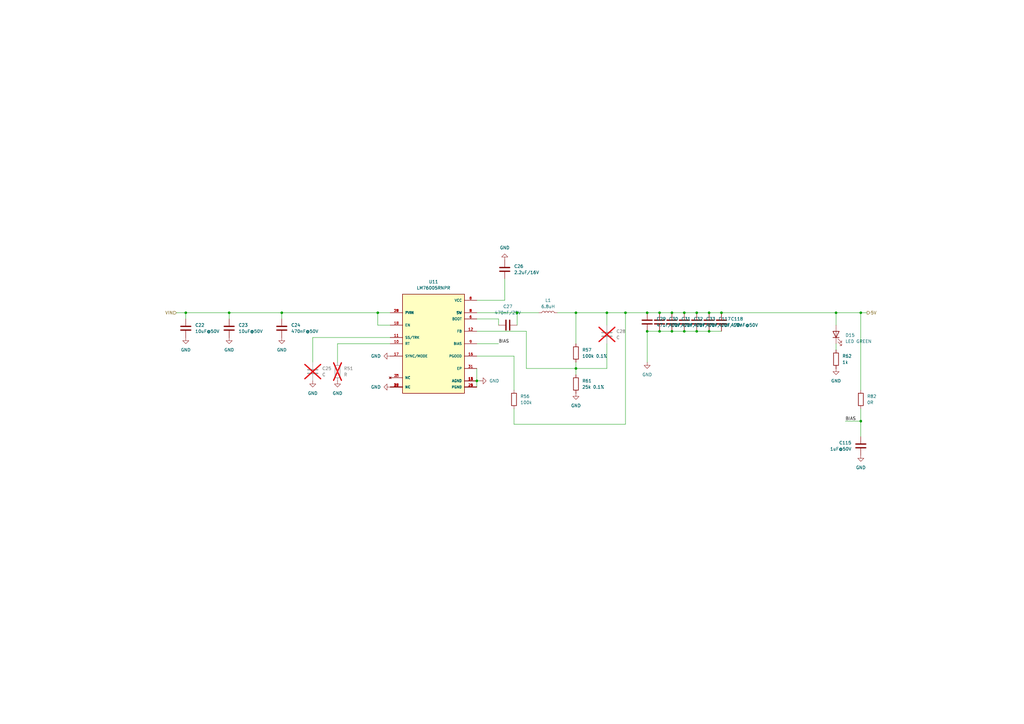
<source format=kicad_sch>
(kicad_sch (version 20231120) (generator "eeschema") (generator_version "8.0")
  (paper "A3")
  (lib_symbols
    (symbol "Device:C" (pin_numbers hide) (pin_names (offset 0.254))
      (property "Reference" "C" (at 0.635 2.54 0))
      (property "Value" "C" (at 0.635 -2.54 0))
      (symbol "C_0_1"
        (polyline (pts (xy -2.032 -0.762) (xy 2.032 -0.762)) (stroke (width 0.508)))
        (polyline (pts (xy -2.032 0.762) (xy 2.032 0.762)) (stroke (width 0.508)))
      )
      (symbol "C_1_1"
        (pin passive line (at 0 3.81 270) (length 2.794) (name "~") (number "1"))
        (pin passive line (at 0 -3.81 90) (length 2.794) (name "~") (number "2"))
      )
    )
    (symbol "Device:L" (pin_numbers hide) (pin_names (offset 1.016) hide)
      (property "Reference" "L" (at -1.27 0 90))
      (property "Value" "L" (at 1.905 0 90))
      (symbol "L_0_1"
        (arc (start 0 -2.54) (mid 0.6323 -1.905) (end 0 -1.27))
        (arc (start 0 -1.27) (mid 0.6323 -0.635) (end 0 0))
        (arc (start 0 0) (mid 0.6323 0.635) (end 0 1.27))
        (arc (start 0 1.27) (mid 0.6323 1.905) (end 0 2.54))
      )
      (symbol "L_1_1"
        (pin passive line (at 0 3.81 270) (length 1.27) (name "1") (number "1"))
        (pin passive line (at 0 -3.81 90) (length 1.27) (name "2") (number "2"))
      )
    )
    (symbol "Device:LED" (pin_numbers hide) (pin_names (offset 1.016) hide)
      (property "Reference" "D" (at 0 2.54 0))
      (property "Value" "LED" (at 0 -2.54 0))
      (symbol "LED_0_1"
        (polyline (pts (xy -1.27 -1.27) (xy -1.27 1.27)) (stroke (width 0.254)))
        (polyline (pts (xy -1.27 0) (xy 1.27 0)))
        (polyline (pts (xy 1.27 -1.27) (xy 1.27 1.27) (xy -1.27 0) (xy 1.27 -1.27)) (stroke (width 0.254)))
        (polyline (pts (xy -3.048 -0.762) (xy -4.572 -2.286) (xy -3.81 -2.286) (xy -4.572 -2.286) (xy -4.572 -1.524)))
        (polyline (pts (xy -1.778 -0.762) (xy -3.302 -2.286) (xy -2.54 -2.286) (xy -3.302 -2.286) (xy -3.302 -1.524)))
      )
      (symbol "LED_1_1"
        (pin passive line (at -3.81 0 0) (length 2.54) (name "K") (number "1"))
        (pin passive line (at 3.81 0 180) (length 2.54) (name "A") (number "2"))
      )
    )
    (symbol "Device:R" (pin_numbers hide) (pin_names (offset 0))
      (property "Reference" "R" (at 2.032 0 90))
      (property "Value" "R" (at 0 0 90))
      (symbol "R_0_1"
        (rectangle (start -1.016 -2.54) (end 1.016 2.54) (stroke (width 0.254)))
      )
      (symbol "R_1_1"
        (pin passive line (at 0 3.81 270) (length 1.27) (name "~") (number "1"))
        (pin passive line (at 0 -3.81 90) (length 1.27) (name "~") (number "2"))
      )
    )
    (symbol "local_DCDC:LM76005RNPR" (pin_names (offset 1.016))
      (property "Reference" "U" (at -12.7 22.86 0))
      (property "Value" "LM76005RNPR" (at -12.7 -22.86 0))
      (symbol "LM76005RNPR_0_0"
        (rectangle (start -12.7 20.32) (end 12.7 -20.32) (stroke (width 0.254)) (fill (type background)))
        (pin output line (at 17.78 12.7 180) (length 5.08) (name "SW") (number "1"))
        (pin input line (at -17.78 0 0) (length 5.08) (name "RT") (number "10"))
        (pin input line (at -17.78 2.54 0) (length 5.08) (name "SS/TRK") (number "11"))
        (pin input line (at 17.78 5.08 180) (length 5.08) (name "FB") (number "12"))
        (pin power_in line (at 17.78 -15.24 180) (length 5.08) (name "AGND") (number "13"))
        (pin power_in line (at 17.78 -15.24 180) (length 5.08) (name "AGND") (number "14"))
        (pin power_in line (at 17.78 -15.24 180) (length 5.08) (name "AGND") (number "15"))
        (pin output line (at 17.78 -5.08 180) (length 5.08) (name "PGOOD") (number "16"))
        (pin input line (at -17.78 -5.08 0) (length 5.08) (name "SYNC/MODE") (number "17"))
        (pin input line (at -17.78 7.62 0) (length 5.08) (name "EN") (number "18"))
        (pin output line (at 17.78 12.7 180) (length 5.08) (name "SW") (number "2"))
        (pin input line (at -17.78 12.7 0) (length 5.08) (name "PVIN") (number "20"))
        (pin input line (at -17.78 12.7 0) (length 5.08) (name "PVIN") (number "21"))
        (pin input line (at -17.78 12.7 0) (length 5.08) (name "PVIN") (number "22"))
        (pin no_connect line (at -17.78 -13.97 0) (length 5.08) (name "NC") (number "23"))
        (pin power_in line (at 17.78 -17.78 180) (length 5.08) (name "PGND") (number "24"))
        (pin power_in line (at 17.78 -17.78 180) (length 5.08) (name "PGND") (number "25"))
        (pin power_in line (at 17.78 -17.78 180) (length 5.08) (name "PGND") (number "26"))
        (pin output line (at 17.78 12.7 180) (length 5.08) (name "SW") (number "3"))
        (pin power_in line (at 17.78 -10.16 180) (length 5.08) (name "EP") (number "31"))
        (pin output line (at 17.78 12.7 180) (length 5.08) (name "SW") (number "4"))
        (pin output line (at 17.78 12.7 180) (length 5.08) (name "SW") (number "5"))
        (pin output line (at 17.78 10.16 180) (length 5.08) (name "BOOT") (number "6"))
        (pin no_connect line (at -17.78 -13.97 0) (length 5.08) (name "NC") (number "7"))
        (pin power_in line (at 17.78 17.78 180) (length 5.08) (name "VCC") (number "8"))
        (pin passive line (at 17.78 0 180) (length 5.08) (name "BIAS") (number "9"))
      )
      (symbol "LM76005RNPR_1_0"
        (pin input line (at -17.78 -17.78 0) (length 5.08) (name "NC") (number "19"))
        (pin input line (at -17.78 -17.78 0) (length 5.08) (name "NC") (number "27"))
        (pin input line (at -17.78 -17.78 0) (length 5.08) (name "NC") (number "28"))
        (pin input line (at -17.78 -17.78 0) (length 5.08) (name "NC") (number "29"))
        (pin input line (at -17.78 -17.78 0) (length 5.08) (name "NC") (number "30"))
      )
    )
    (symbol "power:GND" (power) (pin_numbers hide) (pin_names (offset 0) hide)
      (property "Value" "GND" (at 0 -3.81 0))
      (symbol "GND_0_1"
        (polyline (pts (xy 0 0) (xy 0 -1.27) (xy 1.27 -1.27) (xy 0 -2.54) (xy -1.27 -1.27) (xy 0 -1.27)))
      )
      (symbol "GND_1_1"
        (pin power_in line (at 0 0 270) (length 0) (name "~") (number "1"))
      )
    )
  )
  (junction (at 290.83 128.27))
  (junction (at 212.09 128.27))
  (junction (at 342.9 128.27))
  (junction (at 76.2 128.27))
  (junction (at 280.67 135.89))
  (junction (at 236.22 151.13))
  (junction (at 295.91 128.27))
  (junction (at 290.83 135.89))
  (junction (at 154.94 128.27))
  (junction (at 265.43 128.27))
  (junction (at 275.59 128.27))
  (junction (at 270.51 135.89))
  (junction (at 275.59 135.89))
  (junction (at 285.75 135.89))
  (junction (at 353.06 128.27))
  (junction (at 115.57 128.27))
  (junction (at 93.98 128.27))
  (junction (at 248.92 128.27))
  (junction (at 353.06 172.72))
  (junction (at 236.22 128.27))
  (junction (at 265.43 135.89))
  (junction (at 256.54 128.27))
  (junction (at 270.51 128.27))
  (junction (at 285.75 128.27))
  (junction (at 195.58 156.21))
  (junction (at 280.67 128.27))
  (wire (pts (xy 353.06 128.27) (xy 355.6 128.27)))
  (wire (pts (xy 248.92 128.27) (xy 236.22 128.27)))
  (wire (pts (xy 196.85 156.21) (xy 195.58 156.21)))
  (wire (pts (xy 154.94 128.27) (xy 160.02 128.27)))
  (wire (pts (xy 160.02 133.35) (xy 154.94 133.35)))
  (wire (pts (xy 215.9 135.89) (xy 195.58 135.89)))
  (wire (pts (xy 115.57 128.27) (xy 154.94 128.27)))
  (wire (pts (xy 195.58 140.97) (xy 204.47 140.97)))
  (wire (pts (xy 236.22 128.27) (xy 236.22 140.97)))
  (wire (pts (xy 290.83 128.27) (xy 295.91 128.27)))
  (wire (pts (xy 342.9 128.27) (xy 342.9 133.35)))
  (wire (pts (xy 290.83 135.89) (xy 295.91 135.89)))
  (wire (pts (xy 280.67 128.27) (xy 285.75 128.27)))
  (wire (pts (xy 204.47 130.81) (xy 204.47 133.35)))
  (wire (pts (xy 210.82 167.64) (xy 210.82 173.99)))
  (wire (pts (xy 295.91 128.27) (xy 342.9 128.27)))
  (wire (pts (xy 256.54 128.27) (xy 265.43 128.27)))
  (wire (pts (xy 160.02 138.43) (xy 128.27 138.43)))
  (wire (pts (xy 353.06 128.27) (xy 353.06 160.02)))
  (wire (pts (xy 228.6 128.27) (xy 236.22 128.27)))
  (wire (pts (xy 215.9 151.13) (xy 215.9 135.89)))
  (wire (pts (xy 160.02 140.97) (xy 138.43 140.97)))
  (wire (pts (xy 342.9 140.97) (xy 342.9 143.51)))
  (wire (pts (xy 270.51 135.89) (xy 275.59 135.89)))
  (wire (pts (xy 210.82 173.99) (xy 256.54 173.99)))
  (wire (pts (xy 93.98 128.27) (xy 115.57 128.27)))
  (wire (pts (xy 236.22 148.59) (xy 236.22 151.13)))
  (wire (pts (xy 248.92 140.97) (xy 248.92 151.13)))
  (wire (pts (xy 195.58 151.13) (xy 195.58 156.21)))
  (wire (pts (xy 195.58 123.19) (xy 207.01 123.19)))
  (wire (pts (xy 195.58 130.81) (xy 204.47 130.81)))
  (wire (pts (xy 93.98 128.27) (xy 93.98 130.81)))
  (wire (pts (xy 76.2 128.27) (xy 76.2 130.81)))
  (wire (pts (xy 285.75 135.89) (xy 290.83 135.89)))
  (wire (pts (xy 248.92 128.27) (xy 248.92 133.35)))
  (wire (pts (xy 256.54 173.99) (xy 256.54 128.27)))
  (wire (pts (xy 72.39 128.27) (xy 76.2 128.27)))
  (wire (pts (xy 248.92 151.13) (xy 236.22 151.13)))
  (wire (pts (xy 212.09 128.27) (xy 220.98 128.27)))
  (wire (pts (xy 195.58 128.27) (xy 212.09 128.27)))
  (wire (pts (xy 154.94 133.35) (xy 154.94 128.27)))
  (wire (pts (xy 275.59 135.89) (xy 280.67 135.89)))
  (wire (pts (xy 115.57 128.27) (xy 115.57 130.81)))
  (wire (pts (xy 353.06 172.72) (xy 353.06 179.07)))
  (wire (pts (xy 256.54 128.27) (xy 248.92 128.27)))
  (wire (pts (xy 210.82 146.05) (xy 210.82 160.02)))
  (wire (pts (xy 195.58 156.21) (xy 195.58 158.75)))
  (wire (pts (xy 138.43 140.97) (xy 138.43 148.59)))
  (wire (pts (xy 342.9 128.27) (xy 353.06 128.27)))
  (wire (pts (xy 195.58 146.05) (xy 210.82 146.05)))
  (wire (pts (xy 236.22 151.13) (xy 236.22 153.67)))
  (wire (pts (xy 128.27 138.43) (xy 128.27 148.59)))
  (wire (pts (xy 265.43 135.89) (xy 270.51 135.89)))
  (wire (pts (xy 207.01 123.19) (xy 207.01 114.3)))
  (wire (pts (xy 236.22 151.13) (xy 215.9 151.13)))
  (wire (pts (xy 265.43 128.27) (xy 270.51 128.27)))
  (wire (pts (xy 353.06 167.64) (xy 353.06 172.72)))
  (wire (pts (xy 265.43 135.89) (xy 265.43 148.59)))
  (wire (pts (xy 76.2 128.27) (xy 93.98 128.27)))
  (wire (pts (xy 275.59 128.27) (xy 280.67 128.27)))
  (wire (pts (xy 285.75 128.27) (xy 290.83 128.27)))
  (wire (pts (xy 270.51 128.27) (xy 275.59 128.27)))
  (wire (pts (xy 280.67 135.89) (xy 285.75 135.89)))
  (wire (pts (xy 346.71 172.72) (xy 353.06 172.72)))
  (wire (pts (xy 212.09 128.27) (xy 212.09 133.35)))
  (label "BIAS" (at 346.71 172.72 0))
  (label "BIAS" (at 204.47 140.97 0))
  (hierarchical_label "VIN" (shape input) (at 72.39 128.27 180))
  (hierarchical_label "5V" (shape output) (at 355.6 128.27 0))
  (symbol (lib_id "power:GND") (at 353.06 186.69 0) (unit 1)
    (property "Reference" "#PWR0119" (effects (hide yes)))
    (property "Value" "GND" (at 353.06 191.77 0))
    (property "Description" "Power symbol creates a global label with name \"GND\" , ground" (effects (hide yes)))
  )
  (symbol (lib_id "power:GND") (at 160.02 158.75 270) (unit 1)
    (property "Reference" "#PWR0118" (effects (hide yes)))
    (property "Value" "GND" (at 156.21 158.7499 90) (effects (justify right)))
    (property "Description" "Power symbol creates a global label with name \"GND\" , ground" (effects (hide yes)))
  )
  (symbol (lib_id "Device:R") (at 210.82 163.83 0) (unit 1)
    (property "Reference" "R56" (at 213.36 162.5599 0) (effects (justify left)))
    (property "Value" "100k" (at 213.36 165.0999 0) (effects (justify left)))
    (property "Footprint" "Resistor_SMD:R_0603_1608Metric" (effects (hide yes)))
    (property "Description" "Resistor" (effects (hide yes)))
    (property "JLC" "C25803" (effects (hide yes)))
  )
  (symbol (lib_id "power:GND") (at 236.22 161.29 0) (unit 1)
    (property "Reference" "#PWR0142" (effects (hide yes)))
    (property "Value" "GND" (at 236.22 166.37 0))
    (property "Description" "Power symbol creates a global label with name \"GND\" , ground" (effects (hide yes)))
  )
  (symbol (lib_id "power:GND") (at 342.9 151.13 0) (unit 1)
    (property "Reference" "#PWR0146" (effects (hide yes)))
    (property "Value" "GND" (at 342.9 156.21 0))
    (property "Description" "Power symbol creates a global label with name \"GND\" , ground" (effects (hide yes)))
  )
  (symbol (lib_id "Device:L") (at 224.79 128.27 90) (unit 1)
    (property "Reference" "L1" (at 224.79 123.19 90))
    (property "Value" "6.8uH" (at 224.79 125.73 90))
    (property "Footprint" "Inductor_SMD:L_Sunlord_MWSA1004S" (effects (hide yes)))
    (property "Description" "Inductor" (effects (hide yes)))
    (property "JLC" "C408485" (effects (hide yes)))
  )
  (symbol (lib_id "Device:C") (at 265.43 132.08 0) (unit 1)
    (property "Reference" "C29" (at 269.24 130.8099 0) (effects (justify left)))
    (property "Value" "47uF/10V" (at 269.24 133.3499 0) (effects (justify left)))
    (property "Footprint" "Capacitor_SMD:C_1206_3216Metric" (effects (hide yes)))
    (property "Description" "Unpolarized capacitor" (effects (hide yes)))
    (property "JLC" "C96123" (effects (hide yes)))
  )
  (symbol (lib_id "Device:C") (at 76.2 134.62 0) (unit 1)
    (property "Reference" "C22" (at 80.01 133.3499 0) (effects (justify left)))
    (property "Value" "10uF@50V" (at 80.01 135.8899 0) (effects (justify left)))
    (property "Footprint" "Capacitor_SMD:C_1206_3216Metric" (effects (hide yes)))
    (property "Description" "Unpolarized capacitor" (effects (hide yes)))
    (property "JLC" "C13585" (effects (hide yes)))
  )
  (symbol (lib_id "local_DCDC:LM76005RNPR") (at 177.8 140.97 0) (unit 1)
    (property "Reference" "U11" (at 177.8 115.57 0))
    (property "Value" "LM76005RNPR" (at 177.8 118.11 0))
    (property "Footprint" "local_DCDC:LM76005RNPR" (effects (hide yes)))
    (property "Datasheet" "https://www.ti.com/lit/ds/symlink/lm76005.pdf?ts=1718110395626&ref_url=https%253A%252F%252Fwww.ti.com%252Fproduct%252Fde-de%252FLM76005%252Fpart-details%252FLM76005RNPR" (effects (hide yes)))
    (property "MF" "Texas Instruments" (effects (hide yes)))
    (property "SNAPEDA_PACKAGE_ID" "121635" (effects (hide yes)))
    (property "MAXIMUM_PACKAGE_HEIGHT" "0.8 mm" (effects (hide yes)))
    (property "Price" "None" (effects (hide yes)))
    (property "Package" "WQFN-30 Texas Instruments" (effects (hide yes)))
    (property "Check_prices" "https://www.snapeda.com/parts/LM76005RNPR/Texas+Instruments/view-part/?ref=eda" (effects (hide yes)))
    (property "STANDARD" "Manufacturer Recommendations" (effects (hide yes)))
    (property "PARTREV" "A" (effects (hide yes)))
    (property "SnapEDA_Link" "https://www.snapeda.com/parts/LM76005RNPR/Texas+Instruments/view-part/?ref=snap" (effects (hide yes)))
    (property "MP" "LM76005RNPR" (effects (hide yes)))
    (property "Purchase-URL" "https://www.snapeda.com/api/url_track_click_mouser/?unipart_id=4770820&manufacturer=Texas Instruments&part_name=LM76005RNPR&search_term=lm76005rnpr" (effects (hide yes)))
    (property "Description_1" "\n3.5-V to 60-V, 5-A synchronous step-down voltage converter\n" (effects (hide yes)))
    (property "MANUFACTURER" "Texas Instruments" (effects (hide yes)))
    (property "Availability" "In Stock" (effects (hide yes)))
    (property "SNAPEDA_PN" "LM76005RNPR" (effects (hide yes)))
    (property "JLC" "C2866241" (effects (hide yes)))
  )
  (symbol (lib_id "Device:C") (at 285.75 132.08 0) (unit 1)
    (property "Reference" "C33" (at 289.56 130.8099 0) (effects (justify left)))
    (property "Value" "47uF/10V" (at 289.56 133.3499 0) (effects (justify left)))
    (property "Footprint" "Capacitor_SMD:C_1206_3216Metric" (effects (hide yes)))
    (property "Description" "Unpolarized capacitor" (effects (hide yes)))
    (property "JLC" "C96123" (effects (hide yes)))
  )
  (symbol (lib_id "Device:C") (at 290.83 132.08 0) (unit 1)
    (property "Reference" "C117" (at 294.64 130.8099 0) (effects (justify left)))
    (property "Value" "47uF/10V" (at 294.64 133.3499 0) (effects (justify left)))
    (property "Footprint" "Capacitor_SMD:C_1206_3216Metric" (effects (hide yes)))
    (property "Description" "Unpolarized capacitor" (effects (hide yes)))
    (property "JLC" "C96123" (effects (hide yes)))
  )
  (symbol (lib_id "Device:C") (at 275.59 132.08 0) (unit 1)
    (property "Reference" "C31" (at 279.4 130.8099 0) (effects (justify left)))
    (property "Value" "47uF/10V" (at 279.4 133.3499 0) (effects (justify left)))
    (property "Footprint" "Capacitor_SMD:C_1206_3216Metric" (effects (hide yes)))
    (property "Description" "Unpolarized capacitor" (effects (hide yes)))
    (property "JLC" "C96123" (effects (hide yes)))
  )
  (symbol (lib_id "Device:R") (at 236.22 157.48 0) (unit 1)
    (property "Reference" "R61" (at 238.76 156.2099 0) (effects (justify left)))
    (property "Value" "25k 0.1%" (at 238.76 158.7499 0) (effects (justify left)))
    (property "Footprint" "Resistor_SMD:R_0603_1608Metric" (effects (hide yes)))
    (property "Description" "Resistor" (effects (hide yes)))
    (property "JLC" "C2828637" (effects (hide yes)))
  )
  (symbol (lib_id "Device:C") (at 280.67 132.08 0) (unit 1)
    (property "Reference" "C32" (at 284.48 130.8099 0) (effects (justify left)))
    (property "Value" "47uF/10V" (at 284.48 133.3499 0) (effects (justify left)))
    (property "Footprint" "Capacitor_SMD:C_1206_3216Metric" (effects (hide yes)))
    (property "Description" "Unpolarized capacitor" (effects (hide yes)))
    (property "JLC" "C96123" (effects (hide yes)))
  )
  (symbol (lib_id "power:GND") (at 265.43 148.59 0) (unit 1)
    (property "Reference" "#PWR0143" (effects (hide yes)))
    (property "Value" "GND" (at 265.43 153.67 0))
    (property "Description" "Power symbol creates a global label with name \"GND\" , ground" (effects (hide yes)))
  )
  (symbol (lib_id "Device:LED") (at 342.9 137.16 90) (unit 1)
    (property "Reference" "D15" (at 346.71 137.4774 90) (effects (justify right)))
    (property "Value" "LED GREEN" (at 346.71 140.0174 90) (effects (justify right)))
    (property "Footprint" "LED_SMD:LED_0805_2012Metric" (effects (hide yes)))
    (property "Description" "Light emitting diode" (effects (hide yes)))
    (property "JLC" "C2297" (effects (hide yes)))
  )
  (symbol (lib_id "Device:C") (at 93.98 134.62 0) (unit 1)
    (property "Reference" "C23" (at 97.79 133.3499 0) (effects (justify left)))
    (property "Value" "10uF@50V" (at 97.79 135.8899 0) (effects (justify left)))
    (property "Footprint" "Capacitor_SMD:C_1206_3216Metric" (effects (hide yes)))
    (property "Description" "Unpolarized capacitor" (effects (hide yes)))
    (property "JLC" "C13585" (effects (hide yes)))
  )
  (symbol (lib_id "Device:C") (at 353.06 182.88 0) (mirror x) (unit 1)
    (property "Reference" "C115" (at 349.25 181.6099 0) (effects (justify right)))
    (property "Value" "1uF@50V" (at 349.25 184.1499 0) (effects (justify right)))
    (property "Footprint" "Capacitor_SMD:C_0603_1608Metric" (effects (hide yes)))
    (property "Description" "Unpolarized capacitor" (effects (hide yes)))
    (property "JLC" "C15849" (effects (hide yes)))
  )
  (symbol (lib_id "power:GND") (at 76.2 138.43 0) (unit 1)
    (property "Reference" "#PWR0112" (effects (hide yes)))
    (property "Value" "GND" (at 76.2 143.51 0))
    (property "Description" "Power symbol creates a global label with name \"GND\" , ground" (effects (hide yes)))
  )
  (symbol (lib_id "Device:C") (at 295.91 132.08 0) (unit 1)
    (property "Reference" "C118" (at 299.72 130.8099 0) (effects (justify left)))
    (property "Value" "470nF@50V" (at 299.72 133.3499 0) (effects (justify left)))
    (property "Footprint" "Capacitor_SMD:C_0805_2012Metric" (effects (hide yes)))
    (property "Description" "Unpolarized capacitor" (effects (hide yes)))
    (property "JLC" "C13967" (effects (hide yes)))
  )
  (symbol (lib_id "Device:R") (at 353.06 163.83 0) (unit 1)
    (property "Reference" "R82" (at 355.6 162.5599 0) (effects (justify left)))
    (property "Value" "0R" (at 355.6 165.0999 0) (effects (justify left)))
    (property "Footprint" "Resistor_SMD:R_0603_1608Metric" (effects (hide yes)))
    (property "Description" "Resistor" (effects (hide yes)))
    (property "JLC" "C21189" (effects (hide yes)))
  )
  (symbol (lib_id "Device:C") (at 208.28 133.35 90) (unit 1)
    (property "Reference" "C27" (at 208.28 125.73 90))
    (property "Value" "470nF/25V" (at 208.28 128.27 90))
    (property "Footprint" "Capacitor_SMD:C_0603_1608Metric" (effects (hide yes)))
    (property "Description" "Unpolarized capacitor" (effects (hide yes)))
    (property "JLC" "C1623" (effects (hide yes)))
  )
  (symbol (lib_id "Device:C") (at 128.27 152.4 0) (unit 1) (dnp yes)
    (property "Reference" "C25" (at 132.08 151.1299 0) (effects (justify left)))
    (property "Value" "C" (at 132.08 153.6699 0) (effects (justify left)))
    (property "Footprint" "Capacitor_SMD:C_0603_1608Metric" (effects (hide yes)))
    (property "Description" "Unpolarized capacitor" (effects (hide yes)))
  )
  (symbol (lib_id "power:GND") (at 160.02 146.05 270) (unit 1)
    (property "Reference" "#PWR0117" (effects (hide yes)))
    (property "Value" "GND" (at 156.21 146.0499 90) (effects (justify right)))
    (property "Description" "Power symbol creates a global label with name \"GND\" , ground" (effects (hide yes)))
  )
  (symbol (lib_id "power:GND") (at 128.27 156.21 0) (unit 1)
    (property "Reference" "#PWR0115" (effects (hide yes)))
    (property "Value" "GND" (at 128.27 161.29 0))
    (property "Description" "Power symbol creates a global label with name \"GND\" , ground" (effects (hide yes)))
  )
  (symbol (lib_id "Device:R") (at 138.43 152.4 0) (unit 1) (dnp yes)
    (property "Reference" "R51" (at 140.97 151.1299 0) (effects (justify left)))
    (property "Value" "R" (at 140.97 153.6699 0) (effects (justify left)))
    (property "Footprint" "Resistor_SMD:R_0603_1608Metric" (effects (hide yes)))
    (property "Description" "Resistor" (effects (hide yes)))
  )
  (symbol (lib_id "power:GND") (at 115.57 138.43 0) (unit 1)
    (property "Reference" "#PWR0114" (effects (hide yes)))
    (property "Value" "GND" (at 115.57 143.51 0))
    (property "Description" "Power symbol creates a global label with name \"GND\" , ground" (effects (hide yes)))
  )
  (symbol (lib_id "power:GND") (at 138.43 156.21 0) (unit 1)
    (property "Reference" "#PWR0116" (effects (hide yes)))
    (property "Value" "GND" (at 138.43 161.29 0))
    (property "Description" "Power symbol creates a global label with name \"GND\" , ground" (effects (hide yes)))
  )
  (symbol (lib_id "power:GND") (at 207.01 106.68 180) (unit 1)
    (property "Reference" "#PWR0141" (effects (hide yes)))
    (property "Value" "GND" (at 207.01 101.6 0))
    (property "Description" "Power symbol creates a global label with name \"GND\" , ground" (effects (hide yes)))
  )
  (symbol (lib_id "power:GND") (at 93.98 138.43 0) (unit 1)
    (property "Reference" "#PWR0113" (effects (hide yes)))
    (property "Value" "GND" (at 93.98 143.51 0))
    (property "Description" "Power symbol creates a global label with name \"GND\" , ground" (effects (hide yes)))
  )
  (symbol (lib_id "Device:C") (at 248.92 137.16 0) (unit 1) (dnp yes)
    (property "Reference" "C28" (at 252.73 135.8899 0) (effects (justify left)))
    (property "Value" "C" (at 252.73 138.4299 0) (effects (justify left)))
    (property "Footprint" "Capacitor_SMD:C_0603_1608Metric" (effects (hide yes)))
    (property "Description" "Unpolarized capacitor" (effects (hide yes)))
  )
  (symbol (lib_id "Device:C") (at 207.01 110.49 0) (unit 1)
    (property "Reference" "C26" (at 210.82 109.2199 0) (effects (justify left)))
    (property "Value" "2.2uF/16V" (at 210.82 111.7599 0) (effects (justify left)))
    (property "Footprint" "Capacitor_SMD:C_0603_1608Metric" (effects (hide yes)))
    (property "Description" "Unpolarized capacitor" (effects (hide yes)))
    (property "JLC" "C23630" (effects (hide yes)))
  )
  (symbol (lib_id "Device:C") (at 270.51 132.08 0) (unit 1)
    (property "Reference" "C30" (at 274.32 130.8099 0) (effects (justify left)))
    (property "Value" "47uF/10V" (at 274.32 133.3499 0) (effects (justify left)))
    (property "Footprint" "Capacitor_SMD:C_1206_3216Metric" (effects (hide yes)))
    (property "Description" "Unpolarized capacitor" (effects (hide yes)))
    (property "JLC" "C96123" (effects (hide yes)))
  )
  (symbol (lib_id "Device:C") (at 115.57 134.62 0) (unit 1)
    (property "Reference" "C24" (at 119.38 133.3499 0) (effects (justify left)))
    (property "Value" "470nF@50V" (at 119.38 135.8899 0) (effects (justify left)))
    (property "Footprint" "Capacitor_SMD:C_0805_2012Metric" (effects (hide yes)))
    (property "Description" "Unpolarized capacitor" (effects (hide yes)))
    (property "JLC" "C13967" (effects (hide yes)))
  )
  (symbol (lib_id "power:GND") (at 196.85 156.21 90) (unit 1)
    (property "Reference" "#PWR0138" (effects (hide yes)))
    (property "Value" "GND" (at 200.66 156.2099 90) (effects (justify right)))
    (property "Description" "Power symbol creates a global label with name \"GND\" , ground" (effects (hide yes)))
  )
  (symbol (lib_id "Device:R") (at 236.22 144.78 0) (unit 1)
    (property "Reference" "R57" (at 238.76 143.5099 0) (effects (justify left)))
    (property "Value" "100k 0.1%" (at 238.76 146.0499 0) (effects (justify left)))
    (property "Footprint" "Resistor_SMD:R_0603_1608Metric" (effects (hide yes)))
    (property "Description" "Resistor" (effects (hide yes)))
    (property "JLC" "C122538" (effects (hide yes)))
  )
  (symbol (lib_id "Device:R") (at 342.9 147.32 0) (unit 1)
    (property "Reference" "R62" (at 345.44 146.0499 0) (effects (justify left)))
    (property "Value" "1k" (at 345.44 148.5899 0) (effects (justify left)))
    (property "Footprint" "Resistor_SMD:R_0805_2012Metric" (effects (hide yes)))
    (property "Description" "Resistor" (effects (hide yes)))
    (property "JLC" "C17513" (effects (hide yes)))
  )
)
</source>
